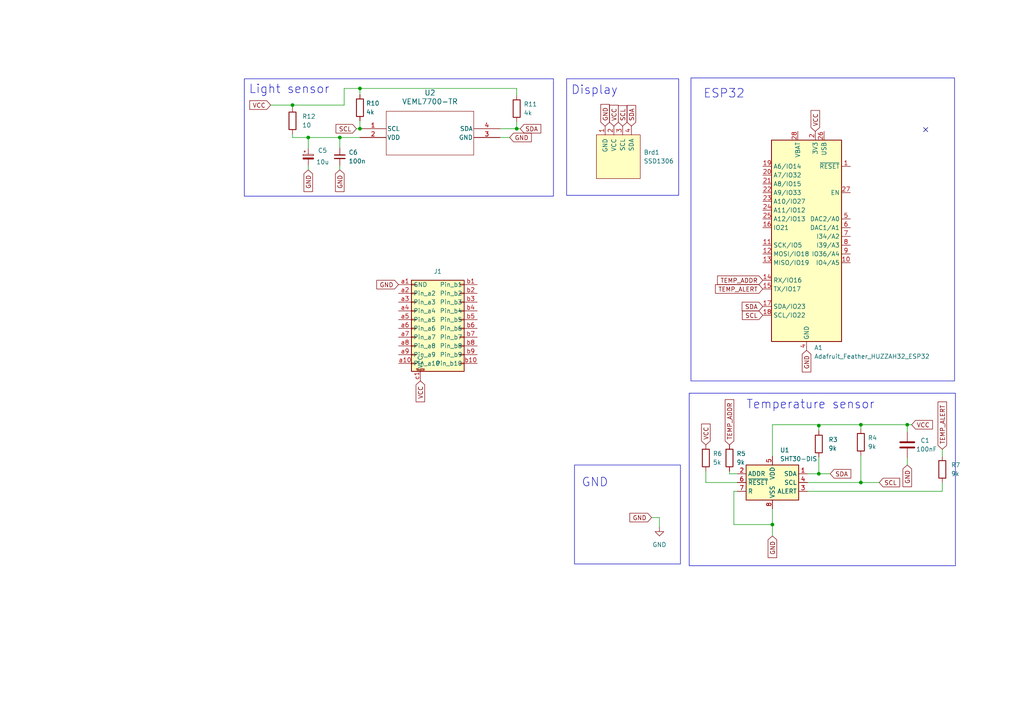
<source format=kicad_sch>
(kicad_sch (version 20230121) (generator eeschema)
  (paper "A4")
  (lib_symbols
    (symbol "Device:C" (pin_numbers hide) (pin_names (offset 0.254))
      (property "Reference" "C" (at 0.635 2.54 0))
      (property "Value" "C" (at 0.635 -2.54 0))
      (symbol "C_0_1"
        (polyline (pts (xy -2.032 -0.762) (xy 2.032 -0.762)) (stroke (width 0.508)))
        (polyline (pts (xy -2.032 0.762) (xy 2.032 0.762)) (stroke (width 0.508)))
      )
      (symbol "C_1_1"
        (pin passive line (at 0 3.81 270) (length 2.794) (name "~") (number "1"))
        (pin passive line (at 0 -3.81 90) (length 2.794) (name "~") (number "2"))
      )
    )
    (symbol "Device:C_Polarized_Small" (pin_numbers hide) (pin_names (offset 0.254) hide)
      (property "Reference" "C" (at 0.254 1.778 0))
      (property "Value" "C_Polarized_Small" (at 0.254 -2.032 0))
      (symbol "C_Polarized_Small_0_1"
        (rectangle (start -1.524 -0.3048) (end 1.524 -0.6858) (fill (type outline)))
        (rectangle (start -1.524 0.6858) (end 1.524 0.3048))
        (polyline (pts (xy -1.27 1.524) (xy -0.762 1.524)))
        (polyline (pts (xy -1.016 1.27) (xy -1.016 1.778)))
      )
      (symbol "C_Polarized_Small_1_1"
        (pin passive line (at 0 2.54 270) (length 1.8542) (name "~") (number "1"))
        (pin passive line (at 0 -2.54 90) (length 1.8542) (name "~") (number "2"))
      )
    )
    (symbol "Device:C_Small" (pin_numbers hide) (pin_names (offset 0.254) hide)
      (property "Reference" "C" (at 0.254 1.778 0))
      (property "Value" "C_Small" (at 0.254 -2.032 0))
      (symbol "C_Small_0_1"
        (polyline (pts (xy -1.524 -0.508) (xy 1.524 -0.508)) (stroke (width 0.3302)))
        (polyline (pts (xy -1.524 0.508) (xy 1.524 0.508)) (stroke (width 0.3048)))
      )
      (symbol "C_Small_1_1"
        (pin passive line (at 0 2.54 270) (length 2.032) (name "~") (number "1"))
        (pin passive line (at 0 -2.54 90) (length 2.032) (name "~") (number "2"))
      )
    )
    (symbol "Device:R" (pin_numbers hide) (pin_names (offset 0))
      (property "Reference" "R" (at 2.032 0 90))
      (property "Value" "R" (at 0 0 90))
      (symbol "R_0_1"
        (rectangle (start -1.016 -2.54) (end 1.016 2.54) (stroke (width 0.254)))
      )
      (symbol "R_1_1"
        (pin passive line (at 0 3.81 270) (length 1.27) (name "~") (number "1"))
        (pin passive line (at 0 -3.81 90) (length 1.27) (name "~") (number "2"))
      )
    )
    (symbol "MCU_Module:Adafruit_Feather_HUZZAH32_ESP32"
      (property "Reference" "A" (at -10.16 29.21 0))
      (property "Value" "Adafruit_Feather_HUZZAH32_ESP32" (at 2.54 -31.75 0))
      (symbol "Adafruit_Feather_HUZZAH32_ESP32_0_1"
        (rectangle (start -10.16 27.94) (end 10.16 -30.48) (stroke (width 0.254)) (fill (type background)))
      )
      (symbol "Adafruit_Feather_HUZZAH32_ESP32_1_1"
        (pin input line (at 12.7 20.32 180) (length 2.54) (name "~{RESET}") (number "1"))
        (pin bidirectional line (at 12.7 -7.62 180) (length 2.54) (name "IO4/A5") (number "10"))
        (pin bidirectional line (at -12.7 -2.54 0) (length 2.54) (name "SCK/IO5") (number "11"))
        (pin bidirectional line (at -12.7 -5.08 0) (length 2.54) (name "MOSI/IO18") (number "12"))
        (pin bidirectional line (at -12.7 -7.62 0) (length 2.54) (name "MISO/IO19") (number "13"))
        (pin bidirectional line (at -12.7 -12.7 0) (length 2.54) (name "RX/IO16") (number "14"))
        (pin bidirectional line (at -12.7 -15.24 0) (length 2.54) (name "TX/IO17") (number "15"))
        (pin bidirectional line (at -12.7 2.54 0) (length 2.54) (name "IO21") (number "16"))
        (pin bidirectional line (at -12.7 -20.32 0) (length 2.54) (name "SDA/IO23") (number "17"))
        (pin bidirectional line (at -12.7 -22.86 0) (length 2.54) (name "SCL/IO22") (number "18"))
        (pin bidirectional line (at -12.7 20.32 0) (length 2.54) (name "A6/IO14") (number "19"))
        (pin power_in line (at 2.54 30.48 270) (length 2.54) (name "3V3") (number "2"))
        (pin bidirectional line (at -12.7 17.78 0) (length 2.54) (name "A7/IO32") (number "20"))
        (pin bidirectional line (at -12.7 15.24 0) (length 2.54) (name "A8/IO15") (number "21"))
        (pin bidirectional line (at -12.7 12.7 0) (length 2.54) (name "A9/IO33") (number "22"))
        (pin bidirectional line (at -12.7 10.16 0) (length 2.54) (name "A10/IO27") (number "23"))
        (pin bidirectional line (at -12.7 7.62 0) (length 2.54) (name "A11/IO12") (number "24"))
        (pin bidirectional line (at -12.7 5.08 0) (length 2.54) (name "A12/IO13") (number "25"))
        (pin power_in line (at 5.08 30.48 270) (length 2.54) (name "USB") (number "26"))
        (pin input line (at 12.7 12.7 180) (length 2.54) (name "EN") (number "27"))
        (pin power_in line (at -2.54 30.48 270) (length 2.54) (name "VBAT") (number "28"))
        (pin no_connect line (at 10.16 10.16 180) (length 2.54) hide (name "NC") (number "3"))
        (pin power_in line (at 0 -33.02 90) (length 2.54) (name "GND") (number "4"))
        (pin bidirectional line (at 12.7 5.08 180) (length 2.54) (name "DAC2/A0") (number "5"))
        (pin bidirectional line (at 12.7 2.54 180) (length 2.54) (name "DAC1/A1") (number "6"))
        (pin bidirectional line (at 12.7 0 180) (length 2.54) (name "I34/A2") (number "7"))
        (pin bidirectional line (at 12.7 -2.54 180) (length 2.54) (name "I39/A3") (number "8"))
        (pin bidirectional line (at 12.7 -5.08 180) (length 2.54) (name "IO36/A4") (number "9"))
      )
    )
    (symbol "Sensor_Humidity:SHT30-DIS"
      (property "Reference" "U" (at -6.35 6.35 0))
      (property "Value" "SHT30-DIS" (at 6.35 6.35 0))
      (symbol "SHT30-DIS_0_1"
        (rectangle (start -7.62 5.08) (end 7.62 -5.08) (stroke (width 0.254)) (fill (type background)))
      )
      (symbol "SHT30-DIS_1_1"
        (pin bidirectional line (at 10.16 2.54 180) (length 2.54) (name "SDA") (number "1"))
        (pin input line (at -10.16 2.54 0) (length 2.54) (name "ADDR") (number "2"))
        (pin output line (at 10.16 -2.54 180) (length 2.54) (name "ALERT") (number "3"))
        (pin input line (at 10.16 0 180) (length 2.54) (name "SCL") (number "4"))
        (pin power_in line (at 0 7.62 270) (length 2.54) (name "VDD") (number "5"))
        (pin input line (at -10.16 0 0) (length 2.54) (name "~{RESET}") (number "6"))
        (pin passive line (at -10.16 -2.54 0) (length 2.54) (name "R") (number "7"))
        (pin power_in line (at 0 -7.62 90) (length 2.54) (name "VSS") (number "8"))
        (pin passive line (at 0 -7.62 90) (length 2.54) hide (name "VSS") (number "9"))
      )
    )
    (symbol "VEML7700-TR:VEML7700-TR" (pin_names (offset 0.254))
      (property "Reference" "U" (at 20.32 10.16 0))
      (property "Value" "VEML7700-TR" (at 20.32 7.62 0))
      (symbol "VEML7700-TR_0_1"
        (polyline (pts (xy 7.62 -7.62) (xy 33.02 -7.62)) (stroke (width 0.127)))
        (polyline (pts (xy 7.62 5.08) (xy 7.62 -7.62)) (stroke (width 0.127)))
        (polyline (pts (xy 33.02 -7.62) (xy 33.02 5.08)) (stroke (width 0.127)))
        (polyline (pts (xy 33.02 5.08) (xy 7.62 5.08)) (stroke (width 0.127)))
        (pin unspecified line (at 0 0 0) (length 7.62) (name "SCL") (number "1"))
        (pin power_in line (at 0 -2.54 0) (length 7.62) (name "VDD") (number "2"))
        (pin power_out line (at 40.64 -2.54 180) (length 7.62) (name "GND") (number "3"))
        (pin unspecified line (at 40.64 0 180) (length 7.62) (name "SDA") (number "4"))
      )
    )
    (symbol "lcd:SSD1306" (pin_names (offset 1.016))
      (property "Reference" "Brd" (at 0 -3.81 0))
      (property "Value" "SSD1306" (at 0 -1.27 0))
      (symbol "SSD1306_0_1"
        (rectangle (start -6.35 6.35) (end 6.35 -6.35) (fill (type background)))
      )
      (symbol "SSD1306_1_1"
        (pin input line (at -3.81 8.89 270) (length 2.54) (name "GND") (number "1"))
        (pin input line (at -1.27 8.89 270) (length 2.54) (name "VCC") (number "2"))
        (pin input line (at 1.27 8.89 270) (length 2.54) (name "SCL") (number "3"))
        (pin input line (at 3.81 8.89 270) (length 2.54) (name "SDA") (number "4"))
      )
    )
    (symbol "power:GND" (power) (pin_names (offset 0))
      (property "Value" "GND" (at 0 -3.81 0))
      (symbol "GND_0_1"
        (polyline (pts (xy 0 0) (xy 0 -1.27) (xy 1.27 -1.27) (xy 0 -2.54) (xy -1.27 -1.27) (xy 0 -1.27)))
      )
      (symbol "GND_1_1"
        (pin power_in line (at 0 0 270) (length 0) hide (name "GND") (number "1"))
      )
    )
    (symbol "prg_pcb:GP_connectors"
      (property "Reference" "J" (at 17.78 0 0))
      (symbol "GP_connectors_1_1"
        (polyline (pts (xy 5.334 -17.272) (xy 7.366 -17.272)) (stroke (width 0.1524)))
        (rectangle (start 3.7612 8.89) (end 19.05 -17.531) (stroke (width 0.254)) (fill (type background)))
        (rectangle (start 3.81 -15.113) (end 5.08 -15.367) (stroke (width 0.1524)))
        (rectangle (start 3.81 -12.573) (end 5.08 -12.827) (stroke (width 0.1524)))
        (rectangle (start 3.81 -10.033) (end 5.08 -10.287) (stroke (width 0.1524)))
        (rectangle (start 3.81 -7.493) (end 5.08 -7.747) (stroke (width 0.1524)))
        (rectangle (start 3.81 -4.953) (end 5.08 -5.207) (stroke (width 0.1524)))
        (rectangle (start 3.81 -2.413) (end 5.08 -2.667) (stroke (width 0.1524)))
        (rectangle (start 3.81 0.127) (end 5.08 -0.127) (stroke (width 0.1524)))
        (rectangle (start 3.81 2.667) (end 5.08 2.413) (stroke (width 0.1524)))
        (rectangle (start 3.81 5.207) (end 5.08 4.953) (stroke (width 0.1524)))
        (rectangle (start 3.81 7.747) (end 5.08 7.493) (stroke (width 0.1524)))
        (rectangle (start 17.78 -2.413) (end 19.05 -2.667) (stroke (width 0.1524)))
        (rectangle (start 19.05 -15.113) (end 17.78 -15.367) (stroke (width 0.1524)))
        (rectangle (start 19.05 -12.573) (end 17.78 -12.827) (stroke (width 0.1524)))
        (rectangle (start 19.05 -10.033) (end 17.78 -10.287) (stroke (width 0.1524)))
        (rectangle (start 19.05 -7.493) (end 17.78 -7.747) (stroke (width 0.1524)))
        (rectangle (start 19.05 -4.953) (end 17.78 -5.207) (stroke (width 0.1524)))
        (rectangle (start 19.05 0.127) (end 17.78 -0.127) (stroke (width 0.1524)))
        (rectangle (start 19.05 2.667) (end 17.78 2.413) (stroke (width 0.1524)))
        (rectangle (start 19.05 5.207) (end 17.78 4.953) (stroke (width 0.1524)))
        (rectangle (start 19.05 7.747) (end 17.78 7.493) (stroke (width 0.1524)))
        (text "Mounting" (at 6.35 -16.891 0) (effects (font (size 0.381 0.381))))
        (pin passive line (at 0 7.62 0) (length 3.81) (name "GND") (number "a1"))
        (pin passive line (at 0 -15.24 0) (length 3.81) (name "Pin_a10") (number "a10"))
        (pin passive line (at 0 5.08 0) (length 3.81) (name "Pin_a2") (number "a2"))
        (pin passive line (at 0 2.54 0) (length 3.81) (name "Pin_a3") (number "a3"))
        (pin passive line (at 0 0 0) (length 3.81) (name "Pin_a4") (number "a4"))
        (pin passive line (at 0 -2.54 0) (length 3.81) (name "Pin_a5") (number "a5"))
        (pin passive line (at 0 -5.08 0) (length 3.81) (name "Pin_a6") (number "a6"))
        (pin passive line (at 0 -7.62 0) (length 3.81) (name "Pin_a7") (number "a7"))
        (pin passive line (at 0 -10.16 0) (length 3.81) (name "Pin_a8") (number "a8"))
        (pin passive line (at 0 -12.7 0) (length 3.81) (name "Pin_a9") (number "a9"))
        (pin passive line (at 22.86 7.62 180) (length 3.81) (name "Pin_b1") (number "b1"))
        (pin passive line (at 22.86 -15.24 180) (length 3.81) (name "Pin_b10") (number "b10"))
        (pin passive line (at 22.86 5.08 180) (length 3.81) (name "Pin_b2") (number "b2"))
        (pin passive line (at 22.86 2.54 180) (length 3.81) (name "Pin_b3") (number "b3"))
        (pin passive line (at 22.86 0 180) (length 3.81) (name "Pin_b4") (number "b4"))
        (pin passive line (at 22.86 -2.54 180) (length 3.81) (name "Pin_b5") (number "b5"))
        (pin passive line (at 22.86 -5.08 180) (length 3.81) (name "Pin_b6") (number "b6"))
        (pin passive line (at 22.86 -7.62 180) (length 3.81) (name "Pin_b7") (number "b7"))
        (pin passive line (at 22.86 -10.16 180) (length 3.81) (name "Pin_b8") (number "b8"))
        (pin passive line (at 22.86 -12.7 180) (length 3.81) (name "Pin_b9") (number "b9"))
        (pin passive line (at 6.35 -20.32 90) (length 3.048) (name "VCC") (number "c1"))
      )
    )
  )
  (junction (at 104.394 37.338))
  (junction (at 263.144 123.19))
  (junction (at 104.394 25.654))
  (junction (at 249.682 139.954))
  (junction (at 224.028 152.146))
  (junction (at 84.836 30.48))
  (junction (at 98.552 39.878))
  (junction (at 237.49 137.414))
  (junction (at 89.408 39.878))
  (junction (at 149.86 37.338))
  (junction (at 237.49 123.444))
  (junction (at 249.682 123.19))
  (no_connect (at 268.478 37.592))
  (wire (pts (xy 237.49 123.19) (xy 237.49 123.444)))
  (wire (pts (xy 149.86 37.338) (xy 150.876 37.338)))
  (wire (pts (xy 224.028 152.146) (xy 224.028 155.448)))
  (wire (pts (xy 237.49 123.444) (xy 237.49 124.968)))
  (wire (pts (xy 249.682 123.19) (xy 249.682 124.46)))
  (wire (pts (xy 237.49 132.588) (xy 237.49 137.414)))
  (wire (pts (xy 263.144 123.19) (xy 263.144 125.222)))
  (wire (pts (xy 249.682 139.954) (xy 255.016 139.954)))
  (wire (pts (xy 103.378 37.338) (xy 104.394 37.338)))
  (wire (pts (xy 234.188 139.954) (xy 249.682 139.954)))
  (wire (pts (xy 263.144 123.19) (xy 264.414 123.19)))
  (wire (pts (xy 145.034 39.878) (xy 147.828 39.878)))
  (wire (pts (xy 273.304 130.302) (xy 273.304 132.334)))
  (wire (pts (xy 84.836 30.48) (xy 84.836 31.242)))
  (wire (pts (xy 104.394 25.654) (xy 149.86 25.654)))
  (wire (pts (xy 84.836 38.862) (xy 84.836 39.878)))
  (wire (pts (xy 249.682 123.19) (xy 263.144 123.19)))
  (wire (pts (xy 237.236 123.444) (xy 237.236 123.19)))
  (wire (pts (xy 104.394 35.052) (xy 104.394 37.338)))
  (wire (pts (xy 99.822 25.654) (xy 104.394 25.654)))
  (wire (pts (xy 149.86 37.338) (xy 145.034 37.338)))
  (wire (pts (xy 237.49 137.414) (xy 240.792 137.414)))
  (wire (pts (xy 98.552 39.878) (xy 104.394 39.878)))
  (wire (pts (xy 263.144 132.842) (xy 263.144 134.874)))
  (wire (pts (xy 211.582 137.414) (xy 211.582 136.652)))
  (wire (pts (xy 149.86 25.654) (xy 149.86 27.686)))
  (wire (pts (xy 237.236 123.444) (xy 237.49 123.444)))
  (wire (pts (xy 213.868 139.954) (xy 204.724 139.954)))
  (wire (pts (xy 212.852 152.146) (xy 224.028 152.146)))
  (wire (pts (xy 213.868 137.414) (xy 211.582 137.414)))
  (wire (pts (xy 89.408 48.006) (xy 89.408 49.276)))
  (wire (pts (xy 191.262 150.114) (xy 188.976 150.114)))
  (wire (pts (xy 237.49 123.19) (xy 249.682 123.19)))
  (wire (pts (xy 237.236 123.19) (xy 224.028 123.19)))
  (wire (pts (xy 89.408 42.926) (xy 89.408 39.878)))
  (wire (pts (xy 249.682 132.08) (xy 249.682 139.954)))
  (wire (pts (xy 104.394 25.654) (xy 104.394 27.432)))
  (wire (pts (xy 204.724 139.954) (xy 204.724 136.652)))
  (wire (pts (xy 98.552 49.276) (xy 98.552 48.006)))
  (wire (pts (xy 78.486 30.48) (xy 84.836 30.48)))
  (wire (pts (xy 98.552 39.878) (xy 98.552 42.926)))
  (wire (pts (xy 234.188 142.494) (xy 273.304 142.494)))
  (wire (pts (xy 99.822 25.654) (xy 99.822 30.48)))
  (wire (pts (xy 234.188 137.414) (xy 237.49 137.414)))
  (wire (pts (xy 84.836 39.878) (xy 89.408 39.878)))
  (wire (pts (xy 191.262 152.908) (xy 191.262 150.114)))
  (wire (pts (xy 212.852 142.494) (xy 212.852 152.146)))
  (wire (pts (xy 149.86 35.306) (xy 149.86 37.338)))
  (wire (pts (xy 89.408 39.878) (xy 98.552 39.878)))
  (wire (pts (xy 224.028 123.19) (xy 224.028 132.334)))
  (wire (pts (xy 224.028 147.574) (xy 224.028 152.146)))
  (wire (pts (xy 273.304 139.954) (xy 273.304 142.494)))
  (wire (pts (xy 99.822 30.48) (xy 84.836 30.48)))
  (wire (pts (xy 213.868 142.494) (xy 212.852 142.494)))
  (rectangle (start 199.898 114.046) (end 277.114 164.084))
  (rectangle (start 166.624 134.874) (end 197.358 163.576))
  (rectangle (start 70.866 22.86) (end 160.528 56.896))
  (rectangle (start 200.406 22.606) (end 276.86 110.49))
  (rectangle (start 164.338 22.86) (end 196.85 56.642))
  (text "Temperature sensor" (at 216.408 118.872 0) (effects (font (size 2.5 2.5)) (justify left bottom)))
  (text "Display" (at 165.608 27.686 0) (effects (font (size 2.5 2.5)) (justify left bottom)))
  (text "Light sensor" (at 72.136 27.432 0) (effects (font (size 2.5 2.5)) (justify left bottom)))
  (text "ESP32" (at 203.962 28.702 0) (effects (font (size 2.5 2.5)) (justify left bottom)))
  (text "GND" (at 168.656 141.478 0) (effects (font (size 2.5 2.5)) (justify left bottom)))
  (global_label "SCL" (shape input) (at 180.594 36.576 90) (property "Intersheetrefs" "${INTERSHEET_REFS}" (effects hide)))
  (global_label "GND" (shape input) (at 233.934 101.6 270) (property "Intersheetrefs" "${INTERSHEET_REFS}" (effects hide)))
  (global_label "SCL" (shape input) (at 103.378 37.338 180) (property "Intersheetrefs" "${INTERSHEET_REFS}" (effects hide)))
  (global_label "TEMP_ALERT" (shape input) (at 221.234 83.82 180) (property "Intersheetrefs" "${INTERSHEET_REFS}" (effects hide)))
  (global_label "SDA" (shape input) (at 221.234 88.9 180) (property "Intersheetrefs" "${INTERSHEET_REFS}" (effects hide)))
  (global_label "SCL" (shape input) (at 221.234 91.44 180) (property "Intersheetrefs" "${INTERSHEET_REFS}" (effects hide)))
  (global_label "GND" (shape input) (at 89.408 49.276 270) (property "Intersheetrefs" "${INTERSHEET_REFS}" (effects hide)))
  (global_label "SDA" (shape input) (at 183.134 36.576 90) (property "Intersheetrefs" "${INTERSHEET_REFS}" (effects hide)))
  (global_label "TEMP_ADDR" (shape input) (at 211.582 129.032 90) (property "Intersheetrefs" "${INTERSHEET_REFS}" (effects hide)))
  (global_label "GND" (shape input) (at 224.028 155.448 270) (property "Intersheetrefs" "${INTERSHEET_REFS}" (effects hide)))
  (global_label "GND" (shape input) (at 98.552 49.276 270) (property "Intersheetrefs" "${INTERSHEET_REFS}" (effects hide)))
  (global_label "TEMP_ALERT" (shape input) (at 273.304 130.302 90) (property "Intersheetrefs" "${INTERSHEET_REFS}" (effects hide)))
  (global_label "GND" (shape input) (at 263.144 134.874 270) (property "Intersheetrefs" "${INTERSHEET_REFS}" (effects hide)))
  (global_label "SDA" (shape input) (at 240.792 137.414 0) (property "Intersheetrefs" "${INTERSHEET_REFS}" (effects hide)))
  (global_label "VCC" (shape input) (at 204.724 129.032 90) (property "Intersheetrefs" "${INTERSHEET_REFS}" (effects hide)))
  (global_label "GND" (shape input) (at 188.976 150.114 180) (property "Intersheetrefs" "${INTERSHEET_REFS}" (effects hide)))
  (global_label "SCL" (shape input) (at 255.016 139.954 0) (property "Intersheetrefs" "${INTERSHEET_REFS}" (effects hide)))
  (global_label "SDA" (shape input) (at 150.876 37.338 0) (property "Intersheetrefs" "${INTERSHEET_REFS}" (effects hide)))
  (global_label "VCC" (shape input) (at 264.414 123.19 0) (property "Intersheetrefs" "${INTERSHEET_REFS}" (effects hide)))
  (global_label "TEMP_ADDR" (shape input) (at 221.234 81.28 180) (property "Intersheetrefs" "${INTERSHEET_REFS}" (effects hide)))
  (global_label "VCC" (shape input) (at 236.474 38.1 90) (property "Intersheetrefs" "${INTERSHEET_REFS}" (effects hide)))
  (global_label "GND" (shape input) (at 175.514 36.576 90) (property "Intersheetrefs" "${INTERSHEET_REFS}" (effects hide)))
  (global_label "VCC" (shape input) (at 121.92 110.49 270) (property "Intersheetrefs" "${INTERSHEET_REFS}" (effects hide)))
  (global_label "GND" (shape input) (at 115.57 82.55 180) (property "Intersheetrefs" "${INTERSHEET_REFS}" (effects hide)))
  (global_label "VCC" (shape input) (at 78.486 30.48 180) (property "Intersheetrefs" "${INTERSHEET_REFS}" (effects hide)))
  (global_label "VCC" (shape input) (at 178.054 36.576 90) (property "Intersheetrefs" "${INTERSHEET_REFS}" (effects hide)))
  (global_label "GND" (shape input) (at 147.828 39.878 0) (property "Intersheetrefs" "${INTERSHEET_REFS}" (effects hide)))
  (symbol (lib_id "VEML7700-TR:VEML7700-TR") (at 104.394 37.338 0) (unit 1)
    (property "Reference" "U2" (at 124.714 26.924 0) (effects (font (size 1.524 1.524))))
    (property "Value" "VEML7700-TR" (at 124.714 29.464 0) (effects (font (size 1.524 1.524))))
    (property "Footprint" "prg_pcb:VEML7700-TR" (effects hide))
    (property "Datasheet" "VEML7700-TR" (effects hide))
  )
  (symbol (lib_id "Device:C_Small") (at 98.552 45.466 0) (unit 1)
    (property "Reference" "C6" (at 101.092 44.2023 0) (effects (justify left)))
    (property "Value" "100n" (at 101.092 46.7423 0) (effects (justify left)))
    (property "Footprint" "Capacitor_SMD:C_0805_2012Metric_Pad1.18x1.45mm_HandSolder" (effects hide))
  )
  (symbol (lib_id "Device:R") (at 204.724 132.842 0) (unit 1)
    (property "Reference" "R6" (at 206.756 131.572 0) (effects (justify left)))
    (property "Value" "5k" (at 206.756 134.112 0) (effects (justify left)))
    (property "Footprint" "Resistor_SMD:R_0805_2012Metric_Pad1.20x1.40mm_HandSolder" (effects hide))
  )
  (symbol (lib_id "lcd:SSD1306") (at 179.324 45.466 0) (unit 1)
    (property "Reference" "Brd1" (at 186.69 44.196 0) (effects (justify left)))
    (property "Value" "SSD1306" (at 186.69 46.736 0) (effects (justify left)))
    (property "Footprint" "prg_pcb:ssd1306" (effects hide))
  )
  (symbol (lib_id "Sensor_Humidity:SHT30-DIS") (at 224.028 139.954 0) (unit 1)
    (property "Reference" "U1" (at 226.2221 130.556 0) (effects (justify left)))
    (property "Value" "SHT30-DIS" (at 226.2221 133.096 0) (effects (justify left)))
    (property "Footprint" "Sensor_Humidity:Sensirion_DFN-8-1EP_2.5x2.5mm_P0.5mm_EP1.1x1.7mm" (effects hide))
    (property "Datasheet" "https://www.sensirion.com/fileadmin/user_upload/customers/sensirion/Dokumente/2_Humidity_Sensors/Datasheets/Sensirion_Humidity_Sensors_SHT3x_Datasheet_digital.pdf" (effects hide))
  )
  (symbol (lib_id "Device:R") (at 104.394 31.242 0) (unit 1)
    (property "Reference" "R10" (at 106.172 29.972 0) (effects (justify left)))
    (property "Value" "4k" (at 106.172 32.512 0) (effects (justify left)))
    (property "Footprint" "Resistor_SMD:R_0805_2012Metric_Pad1.20x1.40mm_HandSolder" (effects hide))
  )
  (symbol (lib_id "Device:R") (at 84.836 35.052 180) (unit 1)
    (property "Reference" "R12" (at 87.63 33.782 0) (effects (justify right)))
    (property "Value" "10" (at 87.63 36.322 0) (effects (justify right)))
    (property "Footprint" "Resistor_SMD:R_0805_2012Metric_Pad1.20x1.40mm_HandSolder" (effects hide))
  )
  (symbol (lib_id "Device:C_Polarized_Small") (at 89.408 45.466 0) (unit 1)
    (property "Reference" "C5" (at 92.202 43.6499 0) (effects (justify left)))
    (property "Value" "10u" (at 91.694 46.99 0) (effects (justify left)))
    (property "Footprint" "Capacitor_SMD:C_0805_2012Metric_Pad1.18x1.45mm_HandSolder" (effects hide))
  )
  (symbol (lib_id "power:GND") (at 191.262 152.908 0) (unit 1)
    (property "Reference" "#PWR01" (effects hide))
    (property "Value" "GND" (at 191.262 157.988 0))
  )
  (symbol (lib_id "Device:R") (at 273.304 136.144 0) (unit 1)
    (property "Reference" "R7" (at 275.844 134.874 0) (effects (justify left)))
    (property "Value" "9k" (at 275.844 137.414 0) (effects (justify left)))
    (property "Footprint" "Resistor_SMD:R_0805_2012Metric_Pad1.20x1.40mm_HandSolder" (effects hide))
  )
  (symbol (lib_id "Device:R") (at 249.682 128.27 0) (unit 1)
    (property "Reference" "R4" (at 251.714 127 0) (effects (justify left)))
    (property "Value" "9k" (at 251.714 129.54 0) (effects (justify left)))
    (property "Footprint" "Resistor_SMD:R_0805_2012Metric_Pad1.20x1.40mm_HandSolder" (effects hide))
  )
  (symbol (lib_id "MCU_Module:Adafruit_Feather_HUZZAH32_ESP32") (at 233.934 68.58 0) (unit 1)
    (property "Reference" "A1" (at 236.1281 100.838 0) (effects (justify left)))
    (property "Value" "Adafruit_Feather_HUZZAH32_ESP32" (at 236.1281 103.378 0) (effects (justify left)))
    (property "Footprint" "Module:Adafruit_Feather" (effects hide))
    (property "Datasheet" "https://cdn-learn.adafruit.com/downloads/pdf/adafruit-huzzah32-esp32-feather.pdf" (effects hide))
  )
  (symbol (lib_id "Device:C") (at 263.144 129.032 0) (unit 1)
    (property "Reference" "C1" (at 266.954 127.762 0) (effects (justify left)))
    (property "Value" "100nF" (at 265.684 130.302 0) (effects (justify left)))
    (property "Footprint" "Capacitor_SMD:C_0805_2012Metric_Pad1.18x1.45mm_HandSolder" (effects hide))
  )
  (symbol (lib_id "Device:R") (at 149.86 31.496 0) (unit 1)
    (property "Reference" "R11" (at 151.892 30.226 0) (effects (justify left)))
    (property "Value" "4k" (at 151.892 32.766 0) (effects (justify left)))
    (property "Footprint" "Resistor_SMD:R_0805_2012Metric_Pad1.20x1.40mm_HandSolder" (effects hide))
  )
  (symbol (lib_id "Device:R") (at 237.49 128.778 0) (unit 1)
    (property "Reference" "R3" (at 240.284 127.508 0) (effects (justify left)))
    (property "Value" "9k" (at 240.284 130.048 0) (effects (justify left)))
    (property "Footprint" "Resistor_SMD:R_0805_2012Metric_Pad1.20x1.40mm_HandSolder" (effects hide))
  )
  (symbol (lib_id "prg_pcb:GP_connectors") (at 115.57 90.17 0) (unit 1)
    (property "Reference" "J1" (at 126.9756 78.74 0))
    (property "Value" "~" (at 133.35 90.17 0))
    (property "Footprint" "prg_pcb:3x10_connector_THT" (effects hide))
  )
  (symbol (lib_id "Device:R") (at 211.582 132.842 0) (unit 1)
    (property "Reference" "R5" (at 213.614 131.572 0) (effects (justify left)))
    (property "Value" "9k" (at 213.614 134.112 0) (effects (justify left)))
    (property "Footprint" "Resistor_SMD:R_0805_2012Metric_Pad1.20x1.40mm_HandSolder" (effects hide))
  )
)
</source>
